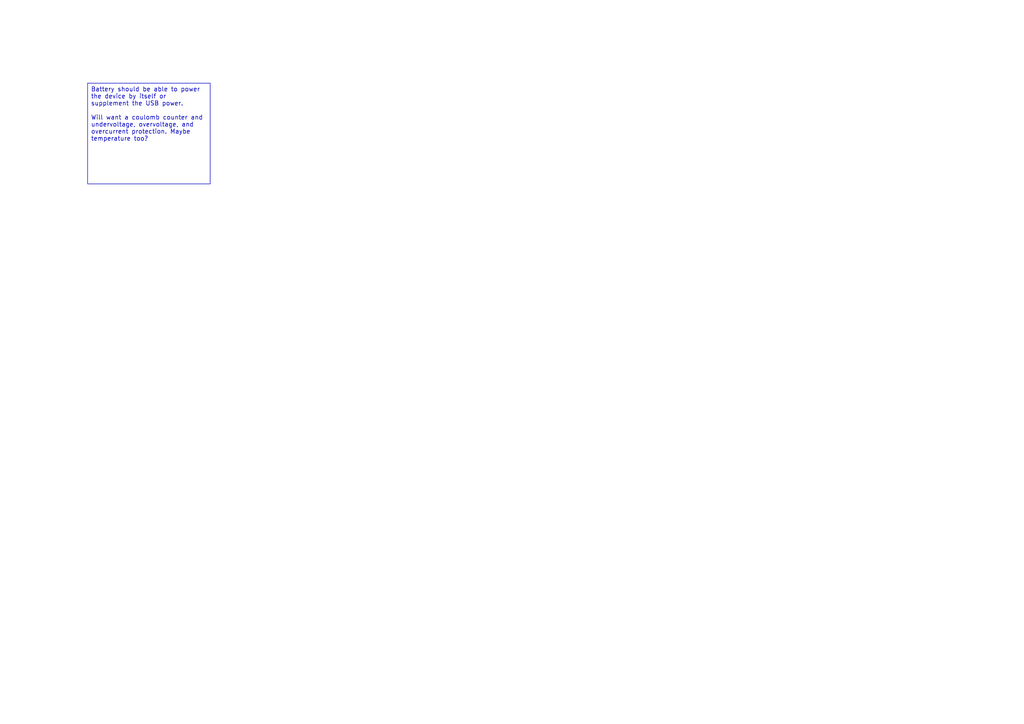
<source format=kicad_sch>
(kicad_sch
	(version 20250114)
	(generator "eeschema")
	(generator_version "9.0")
	(uuid "cd35955f-7578-4d64-a64d-be233b4241c9")
	(paper "A4")
	(lib_symbols)
	(text_box "Battery should be able to power the device by itself or supplement the USB power.\n\nWill want a coulomb counter and undervoltage, overvoltage, and overcurrent protection. Maybe temperature too?"
		(exclude_from_sim no)
		(at 25.4 24.13 0)
		(size 35.56 29.21)
		(margins 0.9525 0.9525 0.9525 0.9525)
		(stroke
			(width 0)
			(type default)
		)
		(fill
			(type none)
		)
		(effects
			(font
				(size 1.27 1.27)
			)
			(justify left top)
		)
		(uuid "529912fb-6194-4f0f-8aa7-dece3bc1ab1c")
	)
)

</source>
